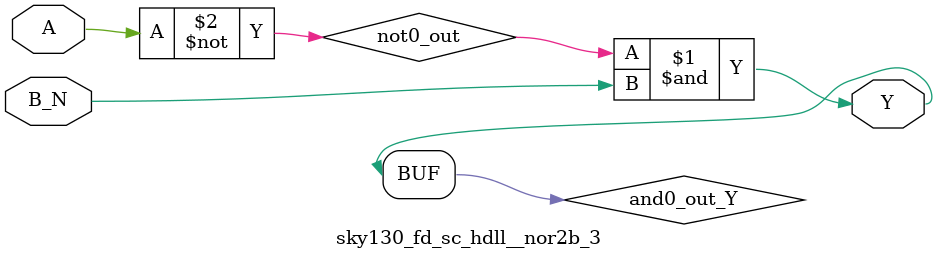
<source format=v>
module sky130_fd_sc_hdll__nor2b_3 (
    Y  ,
    A  ,
    B_N
);
    output Y  ;
    input  A  ;
    input  B_N;
    wire not0_out  ;
    wire and0_out_Y;
    not not0 (not0_out  , A              );
    and and0 (and0_out_Y, not0_out, B_N  );
    buf buf0 (Y         , and0_out_Y     );
endmodule
</source>
